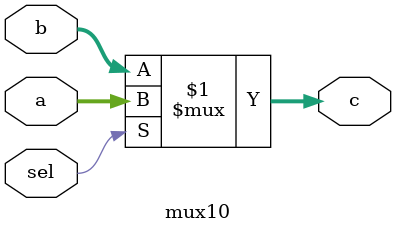
<source format=v>
`timescale 1ns / 1ps
module mux10(
    input [31:0] a,
    input [31:0] b,
    input sel,
    output [31:0] c
    );
	 assign c = (sel)?a:b;
   


endmodule

</source>
